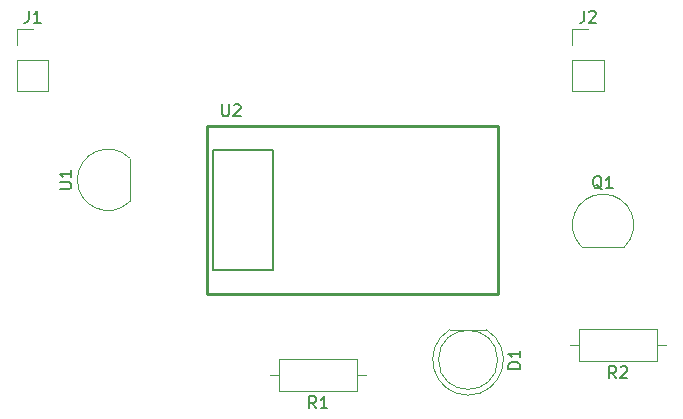
<source format=gbr>
%TF.GenerationSoftware,KiCad,Pcbnew,6.0.11-2627ca5db0~126~ubuntu20.04.1*%
%TF.CreationDate,2023-06-27T09:44:52-05:00*%
%TF.ProjectId,runLimiter,72756e4c-696d-4697-9465-722e6b696361,01*%
%TF.SameCoordinates,Original*%
%TF.FileFunction,Legend,Top*%
%TF.FilePolarity,Positive*%
%FSLAX46Y46*%
G04 Gerber Fmt 4.6, Leading zero omitted, Abs format (unit mm)*
G04 Created by KiCad (PCBNEW 6.0.11-2627ca5db0~126~ubuntu20.04.1) date 2023-06-27 09:44:52*
%MOMM*%
%LPD*%
G01*
G04 APERTURE LIST*
%ADD10C,0.150000*%
%ADD11C,0.152400*%
%ADD12C,0.254000*%
%ADD13C,0.120000*%
%ADD14R,1.727200X1.727200*%
%ADD15O,1.727200X1.727200*%
%ADD16C,6.400000*%
%ADD17C,1.600000*%
%ADD18O,1.600000X1.600000*%
%ADD19R,1.800000X1.800000*%
%ADD20C,1.800000*%
%ADD21R,1.700000X1.700000*%
%ADD22O,1.700000X1.700000*%
%ADD23R,1.500000X1.050000*%
%ADD24O,1.500000X1.050000*%
%ADD25R,1.050000X1.500000*%
%ADD26O,1.050000X1.500000*%
G04 APERTURE END LIST*
D10*
%TO.C,U2*%
X108712095Y-76160380D02*
X108712095Y-76969904D01*
X108759714Y-77065142D01*
X108807333Y-77112761D01*
X108902571Y-77160380D01*
X109093047Y-77160380D01*
X109188285Y-77112761D01*
X109235904Y-77065142D01*
X109283523Y-76969904D01*
X109283523Y-76160380D01*
X109712095Y-76255619D02*
X109759714Y-76208000D01*
X109854952Y-76160380D01*
X110093047Y-76160380D01*
X110188285Y-76208000D01*
X110235904Y-76255619D01*
X110283523Y-76350857D01*
X110283523Y-76446095D01*
X110235904Y-76588952D01*
X109664476Y-77160380D01*
X110283523Y-77160380D01*
%TO.C,R2*%
X142073333Y-99342380D02*
X141740000Y-98866190D01*
X141501904Y-99342380D02*
X141501904Y-98342380D01*
X141882857Y-98342380D01*
X141978095Y-98390000D01*
X142025714Y-98437619D01*
X142073333Y-98532857D01*
X142073333Y-98675714D01*
X142025714Y-98770952D01*
X141978095Y-98818571D01*
X141882857Y-98866190D01*
X141501904Y-98866190D01*
X142454285Y-98437619D02*
X142501904Y-98390000D01*
X142597142Y-98342380D01*
X142835238Y-98342380D01*
X142930476Y-98390000D01*
X142978095Y-98437619D01*
X143025714Y-98532857D01*
X143025714Y-98628095D01*
X142978095Y-98770952D01*
X142406666Y-99342380D01*
X143025714Y-99342380D01*
%TO.C,R1*%
X116673333Y-101882380D02*
X116340000Y-101406190D01*
X116101904Y-101882380D02*
X116101904Y-100882380D01*
X116482857Y-100882380D01*
X116578095Y-100930000D01*
X116625714Y-100977619D01*
X116673333Y-101072857D01*
X116673333Y-101215714D01*
X116625714Y-101310952D01*
X116578095Y-101358571D01*
X116482857Y-101406190D01*
X116101904Y-101406190D01*
X117625714Y-101882380D02*
X117054285Y-101882380D01*
X117340000Y-101882380D02*
X117340000Y-100882380D01*
X117244761Y-101025238D01*
X117149523Y-101120476D01*
X117054285Y-101168095D01*
%TO.C,D1*%
X133952380Y-98528095D02*
X132952380Y-98528095D01*
X132952380Y-98290000D01*
X133000000Y-98147142D01*
X133095238Y-98051904D01*
X133190476Y-98004285D01*
X133380952Y-97956666D01*
X133523809Y-97956666D01*
X133714285Y-98004285D01*
X133809523Y-98051904D01*
X133904761Y-98147142D01*
X133952380Y-98290000D01*
X133952380Y-98528095D01*
X133952380Y-97004285D02*
X133952380Y-97575714D01*
X133952380Y-97290000D02*
X132952380Y-97290000D01*
X133095238Y-97385238D01*
X133190476Y-97480476D01*
X133238095Y-97575714D01*
%TO.C,J2*%
X139366666Y-68242380D02*
X139366666Y-68956666D01*
X139319047Y-69099523D01*
X139223809Y-69194761D01*
X139080952Y-69242380D01*
X138985714Y-69242380D01*
X139795238Y-68337619D02*
X139842857Y-68290000D01*
X139938095Y-68242380D01*
X140176190Y-68242380D01*
X140271428Y-68290000D01*
X140319047Y-68337619D01*
X140366666Y-68432857D01*
X140366666Y-68528095D01*
X140319047Y-68670952D01*
X139747619Y-69242380D01*
X140366666Y-69242380D01*
%TO.C,J1*%
X92346666Y-68242380D02*
X92346666Y-68956666D01*
X92299047Y-69099523D01*
X92203809Y-69194761D01*
X92060952Y-69242380D01*
X91965714Y-69242380D01*
X93346666Y-69242380D02*
X92775238Y-69242380D01*
X93060952Y-69242380D02*
X93060952Y-68242380D01*
X92965714Y-68385238D01*
X92870476Y-68480476D01*
X92775238Y-68528095D01*
%TO.C,U1*%
X94952380Y-83311904D02*
X95761904Y-83311904D01*
X95857142Y-83264285D01*
X95904761Y-83216666D01*
X95952380Y-83121428D01*
X95952380Y-82930952D01*
X95904761Y-82835714D01*
X95857142Y-82788095D01*
X95761904Y-82740476D01*
X94952380Y-82740476D01*
X95952380Y-81740476D02*
X95952380Y-82311904D01*
X95952380Y-82026190D02*
X94952380Y-82026190D01*
X95095238Y-82121428D01*
X95190476Y-82216666D01*
X95238095Y-82311904D01*
%TO.C,Q1*%
X140874761Y-83347619D02*
X140779523Y-83300000D01*
X140684285Y-83204761D01*
X140541428Y-83061904D01*
X140446190Y-83014285D01*
X140350952Y-83014285D01*
X140398571Y-83252380D02*
X140303333Y-83204761D01*
X140208095Y-83109523D01*
X140160476Y-82919047D01*
X140160476Y-82585714D01*
X140208095Y-82395238D01*
X140303333Y-82300000D01*
X140398571Y-82252380D01*
X140589047Y-82252380D01*
X140684285Y-82300000D01*
X140779523Y-82395238D01*
X140827142Y-82585714D01*
X140827142Y-82919047D01*
X140779523Y-83109523D01*
X140684285Y-83204761D01*
X140589047Y-83252380D01*
X140398571Y-83252380D01*
X141779523Y-83252380D02*
X141208095Y-83252380D01*
X141493809Y-83252380D02*
X141493809Y-82252380D01*
X141398571Y-82395238D01*
X141303333Y-82490476D01*
X141208095Y-82538095D01*
D11*
%TO.C,U2*%
X110490000Y-80010000D02*
X107950000Y-80010000D01*
D12*
X132080000Y-77978000D02*
X132080000Y-92202000D01*
D11*
X113030000Y-80010000D02*
X110490000Y-80010000D01*
D12*
X132080000Y-92202000D02*
X107442000Y-92202000D01*
X107442000Y-77978000D02*
X132080000Y-77978000D01*
D11*
X107950000Y-90170000D02*
X113030000Y-90170000D01*
X107950000Y-80010000D02*
X107950000Y-82550000D01*
D12*
X107442000Y-92202000D02*
X107442000Y-77978000D01*
D11*
X107950000Y-82550000D02*
X107950000Y-90170000D01*
X113030000Y-90170000D02*
X113030000Y-80010000D01*
D13*
%TO.C,R2*%
X138200000Y-96520000D02*
X138970000Y-96520000D01*
X146280000Y-96520000D02*
X145510000Y-96520000D01*
X145510000Y-97890000D02*
X145510000Y-95150000D01*
X138970000Y-95150000D02*
X138970000Y-97890000D01*
X145510000Y-95150000D02*
X138970000Y-95150000D01*
X138970000Y-97890000D02*
X145510000Y-97890000D01*
%TO.C,R1*%
X112800000Y-99060000D02*
X113570000Y-99060000D01*
X120880000Y-99060000D02*
X120110000Y-99060000D01*
X120110000Y-100430000D02*
X120110000Y-97690000D01*
X113570000Y-97690000D02*
X113570000Y-100430000D01*
X120110000Y-97690000D02*
X113570000Y-97690000D01*
X113570000Y-100430000D02*
X120110000Y-100430000D01*
%TO.C,D1*%
X131085000Y-95230000D02*
X127995000Y-95230000D01*
X127995170Y-95230000D02*
G75*
G03*
X129540462Y-100780000I1544830J-2560000D01*
G01*
X129539538Y-100780000D02*
G75*
G03*
X131084830Y-95230000I462J2990000D01*
G01*
X132040000Y-97790000D02*
G75*
G03*
X132040000Y-97790000I-2500000J0D01*
G01*
%TO.C,J2*%
X138370000Y-71120000D02*
X138370000Y-69790000D01*
X138370000Y-74990000D02*
X141030000Y-74990000D01*
X138370000Y-72390000D02*
X138370000Y-74990000D01*
X138370000Y-72390000D02*
X141030000Y-72390000D01*
X138370000Y-69790000D02*
X139700000Y-69790000D01*
X141030000Y-72390000D02*
X141030000Y-74990000D01*
%TO.C,J1*%
X91350000Y-71120000D02*
X91350000Y-69790000D01*
X91350000Y-74990000D02*
X94010000Y-74990000D01*
X91350000Y-72390000D02*
X91350000Y-74990000D01*
X91350000Y-72390000D02*
X94010000Y-72390000D01*
X91350000Y-69790000D02*
X92680000Y-69790000D01*
X94010000Y-72390000D02*
X94010000Y-74990000D01*
%TO.C,U1*%
X100910000Y-84350000D02*
X100910000Y-80750000D01*
X100898478Y-80711522D02*
G75*
G03*
X96460000Y-82550000I-1838478J-1838478D01*
G01*
X96459999Y-82550000D02*
G75*
G03*
X100898478Y-84388478I2600001J0D01*
G01*
%TO.C,Q1*%
X139170000Y-88210000D02*
X142770000Y-88210000D01*
X142808478Y-88198478D02*
G75*
G03*
X140970000Y-83760000I-1838478J1838478D01*
G01*
X140970000Y-83759999D02*
G75*
G03*
X139131522Y-88198478I0J-2600001D01*
G01*
%TD*%
D14*
%TO.C,U2*%
X111760000Y-81280000D03*
D15*
X109220000Y-81280000D03*
X111760000Y-83820000D03*
X109220000Y-83820000D03*
X111760000Y-86360000D03*
X109220000Y-86360000D03*
X111760000Y-88900000D03*
X109220000Y-88900000D03*
%TD*%
%LPC*%
D16*
%TO.C,REF\u002A\u002A*%
X81280000Y-109220000D03*
%TD*%
%TO.C,REF\u002A\u002A*%
X160020000Y-109220000D03*
%TD*%
%TO.C,REF\u002A\u002A*%
X160020000Y-68580000D03*
%TD*%
%TO.C,REF\u002A\u002A*%
X81280000Y-68580000D03*
%TD*%
D14*
%TO.C,U2*%
X111760000Y-81280000D03*
D15*
X109220000Y-81280000D03*
X111760000Y-83820000D03*
X109220000Y-83820000D03*
X111760000Y-86360000D03*
X109220000Y-86360000D03*
X111760000Y-88900000D03*
X109220000Y-88900000D03*
%TD*%
D17*
%TO.C,R2*%
X147320000Y-96520000D03*
D18*
X137160000Y-96520000D03*
%TD*%
D17*
%TO.C,R1*%
X121920000Y-99060000D03*
D18*
X111760000Y-99060000D03*
%TD*%
D19*
%TO.C,D1*%
X129540000Y-96520000D03*
D20*
X129540000Y-99060000D03*
%TD*%
D21*
%TO.C,J2*%
X139700000Y-71120000D03*
D22*
X139700000Y-73660000D03*
%TD*%
D21*
%TO.C,J1*%
X92680000Y-71120000D03*
D22*
X92680000Y-73660000D03*
%TD*%
D23*
%TO.C,U1*%
X99060000Y-83820000D03*
D24*
X99060000Y-82550000D03*
X99060000Y-81280000D03*
%TD*%
D25*
%TO.C,Q1*%
X139700000Y-86360000D03*
D26*
X140970000Y-86360000D03*
X142240000Y-86360000D03*
%TD*%
M02*

</source>
